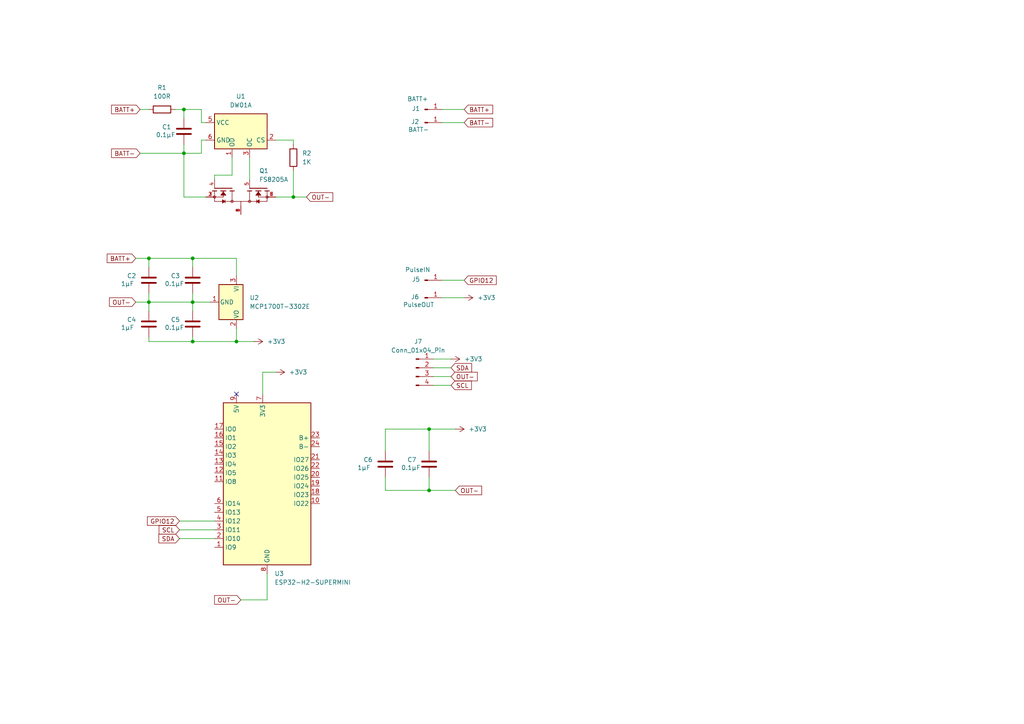
<source format=kicad_sch>
(kicad_sch (version 20250114) (generator "eeschema") (generator_version "9.0")
  (paper "A4")
  (lib_symbols
    (symbol "Battery_Management:DW01A"
      (property "Reference" "U" (at -6.604 6.35 0))
      (property "Value" "DW01A" (at 4.318 6.604 0))
      (symbol "DW01A_0_1"
        (pin power_in line (at -10.16 2.54 0) (length 2.54) (name "VCC") (number "5"))
        (pin power_in line (at -10.16 -2.54 0) (length 2.54) (name "GND") (number "6"))
        (pin output line (at -2.54 -7.62 90) (length 2.54) (name "OD") (number "1"))
        (pin output line (at 2.54 -7.62 90) (length 2.54) (name "OC") (number "3"))
        (pin input line (at 10.16 -2.54 180) (length 2.54) (name "CS") (number "2"))
      )
      (symbol "DW01A_1_1"
        (rectangle (start -7.62 5.08) (end 7.62 -5.08) (stroke (width 0.254)) (fill (type background)))
        (pin no_connect line (at 10.16 2.54 180) (length 2.54) (hide yes) (name "TD") (number "4"))
      )
    )
    (symbol "Connector:Conn_01x01_Pin" (pin_names (offset 1.016) (hide yes))
      (property "Reference" "J" (at 0 2.54 0))
      (property "Value" "Conn_01x01_Pin" (at 0 -2.54 0))
      (symbol "Conn_01x01_Pin_1_1"
        (rectangle (start 0.8636 0.127) (end 0 -0.127) (stroke (width 0.1524)) (fill (type outline)))
        (polyline (pts (xy 1.27 0) (xy 0.8636 0)) (stroke (width 0.1524)))
        (pin passive line (at 5.08 0 180) (length 3.81) (name "Pin_1") (number "1"))
      )
    )
    (symbol "Connector:Conn_01x04_Pin" (pin_names (offset 1.016) (hide yes))
      (property "Reference" "J" (at 0 5.08 0))
      (property "Value" "Conn_01x04_Pin" (at 0 -7.62 0))
      (symbol "Conn_01x04_Pin_1_1"
        (rectangle (start 0.8636 2.667) (end 0 2.413) (stroke (width 0.1524)) (fill (type outline)))
        (rectangle (start 0.8636 0.127) (end 0 -0.127) (stroke (width 0.1524)) (fill (type outline)))
        (rectangle (start 0.8636 -2.413) (end 0 -2.667) (stroke (width 0.1524)) (fill (type outline)))
        (rectangle (start 0.8636 -4.953) (end 0 -5.207) (stroke (width 0.1524)) (fill (type outline)))
        (polyline (pts (xy 1.27 2.54) (xy 0.8636 2.54)) (stroke (width 0.1524)))
        (polyline (pts (xy 1.27 0) (xy 0.8636 0)) (stroke (width 0.1524)))
        (polyline (pts (xy 1.27 -2.54) (xy 0.8636 -2.54)) (stroke (width 0.1524)))
        (polyline (pts (xy 1.27 -5.08) (xy 0.8636 -5.08)) (stroke (width 0.1524)))
        (pin passive line (at 5.08 2.54 180) (length 3.81) (name "Pin_1") (number "1"))
        (pin passive line (at 5.08 0 180) (length 3.81) (name "Pin_2") (number "2"))
        (pin passive line (at 5.08 -2.54 180) (length 3.81) (name "Pin_3") (number "3"))
        (pin passive line (at 5.08 -5.08 180) (length 3.81) (name "Pin_4") (number "4"))
      )
    )
    (symbol "Device:C" (pin_numbers (hide yes)) (pin_names (offset 0.254))
      (property "Reference" "C" (at 0.635 2.54 0))
      (property "Value" "C" (at 0.635 -2.54 0))
      (symbol "C_0_1"
        (polyline (pts (xy -2.032 0.762) (xy 2.032 0.762)) (stroke (width 0.508)))
        (polyline (pts (xy -2.032 -0.762) (xy 2.032 -0.762)) (stroke (width 0.508)))
      )
      (symbol "C_1_1"
        (pin passive line (at 0 3.81 270) (length 2.794) (name "~") (number "1"))
        (pin passive line (at 0 -3.81 90) (length 2.794) (name "~") (number "2"))
      )
    )
    (symbol "Device:R" (pin_numbers (hide yes)) (pin_names (offset 0))
      (property "Reference" "R" (at 2.032 0 90))
      (property "Value" "R" (at 0 0 90))
      (symbol "R_0_1"
        (rectangle (start -1.016 -2.54) (end 1.016 2.54) (stroke (width 0.254)))
      )
      (symbol "R_1_1"
        (pin passive line (at 0 3.81 270) (length 1.27) (name "~") (number "1"))
        (pin passive line (at 0 -3.81 90) (length 1.27) (name "~") (number "2"))
      )
    )
    (symbol "ESP32H2-Supermini:ESP32-S3-MINI-1"
      (property "Reference" "U" (at -11.43 29.21 0))
      (property "Value" "ESP32-H2-SUPERMINI" (at 12.7 29.21 0))
      (symbol "ESP32-S3-MINI-1_0_1"
        (rectangle (start -12.7 27.94) (end 12.7 -19.05) (stroke (width 0.254)) (fill (type background)))
      )
      (symbol "ESP32-S3-MINI-1_1_1"
        (pin bidirectional line (at -15.24 20.32 0) (length 2.54) (name "IO0") (number "17"))
        (pin bidirectional line (at -15.24 17.78 0) (length 2.54) (name "IO1") (number "16"))
        (pin bidirectional line (at -15.24 15.24 0) (length 2.54) (name "IO2") (number "15"))
        (pin bidirectional line (at -15.24 12.7 0) (length 2.54) (name "IO3") (number "14"))
        (pin bidirectional line (at -15.24 10.16 0) (length 2.54) (name "IO4") (number "13"))
        (pin bidirectional line (at -15.24 7.62 0) (length 2.54) (name "IO5") (number "12"))
        (pin bidirectional line (at -15.24 5.08 0) (length 2.54) (name "IO8") (number "11"))
        (pin bidirectional line (at -15.24 -1.27 0) (length 2.54) (name "IO14") (number "6"))
        (pin bidirectional line (at -15.24 -3.81 0) (length 2.54) (name "IO13") (number "5"))
        (pin bidirectional line (at -15.24 -6.35 0) (length 2.54) (name "IO12") (number "4"))
        (pin bidirectional line (at -15.24 -8.89 0) (length 2.54) (name "IO11") (number "3"))
        (pin bidirectional line (at -15.24 -11.43 0) (length 2.54) (name "IO10") (number "2"))
        (pin bidirectional line (at -15.24 -13.97 0) (length 2.54) (name "IO9") (number "1"))
        (pin power_in line (at -8.89 30.48 270) (length 2.54) (name "5V") (number "9"))
        (pin power_in line (at -1.27 30.48 270) (length 2.54) (name "3V3") (number "7"))
        (pin power_out line (at 0 -21.59 90) (length 2.54) (name "GND") (number "8"))
        (pin bidirectional line (at 15.24 17.78 180) (length 2.54) (name "B+") (number "23"))
        (pin bidirectional line (at 15.24 15.24 180) (length 2.54) (name "B-") (number "24"))
        (pin bidirectional line (at 15.24 11.43 180) (length 2.54) (name "IO27") (number "21"))
        (pin bidirectional line (at 15.24 8.89 180) (length 2.54) (name "IO26") (number "22"))
        (pin bidirectional line (at 15.24 6.35 180) (length 2.54) (name "IO25") (number "20"))
        (pin bidirectional line (at 15.24 3.81 180) (length 2.54) (name "IO24") (number "19"))
        (pin bidirectional line (at 15.24 1.27 180) (length 2.54) (name "IO23") (number "18"))
        (pin bidirectional line (at 15.24 -1.27 180) (length 2.54) (name "IO22") (number "10"))
      )
    )
    (symbol "FS8205A:FS8205A" (pin_names (offset 1.016))
      (property "Reference" "Q" (at -11.43 7.62 0))
      (property "Value" "FS8205A" (at -11.43 -12.7 0))
      (symbol "FS8205A_0_0"
        (polyline (pts (xy -2.54 7.62) (xy -2.54 2.54)) (stroke (width 0.254)))
        (polyline (pts (xy -2.54 -2.54) (xy -2.54 -7.62)) (stroke (width 0.254)))
        (polyline (pts (xy -1.778 8.255) (xy -1.778 7.62)) (stroke (width 0.254)))
        (polyline (pts (xy -1.778 7.62) (xy -1.778 6.985)) (stroke (width 0.254)))
        (polyline (pts (xy -1.778 7.62) (xy 1.27 7.62)) (stroke (width 0.1524)))
        (polyline (pts (xy -1.778 5.842) (xy -1.778 5.08)) (stroke (width 0.254)))
        (polyline (pts (xy -1.778 5.08) (xy -1.778 4.318)) (stroke (width 0.254)))
        (polyline (pts (xy -1.778 5.08) (xy 0 5.08)) (stroke (width 0.1524)))
        (polyline (pts (xy -1.778 3.175) (xy -1.778 2.54)) (stroke (width 0.254)))
        (polyline (pts (xy -1.778 2.54) (xy -1.778 1.905)) (stroke (width 0.254)))
        (polyline (pts (xy -1.778 -1.905) (xy -1.778 -2.54)) (stroke (width 0.254)))
        (polyline (pts (xy -1.778 -2.54) (xy -1.778 -3.175)) (stroke (width 0.254)))
        (polyline (pts (xy -1.778 -2.54) (xy 1.27 -2.54)) (stroke (width 0.1524)))
        (polyline (pts (xy -1.778 -4.318) (xy -1.778 -5.08)) (stroke (width 0.254)))
        (polyline (pts (xy -1.778 -5.08) (xy -1.778 -5.842)) (stroke (width 0.254)))
        (polyline (pts (xy -1.778 -5.08) (xy 0 -5.08)) (stroke (width 0.1524)))
        (polyline (pts (xy -1.778 -6.985) (xy -1.778 -7.62)) (stroke (width 0.254)))
        (polyline (pts (xy -1.778 -7.62) (xy -1.778 -8.255)) (stroke (width 0.254)))
        (polyline (pts (xy -1.524 5.08) (xy -0.508 5.842) (xy -0.508 4.318) (xy -1.524 5.08)) (stroke (width 0.1524)) (fill (type outline)))
        (polyline (pts (xy -1.524 -5.08) (xy -0.508 -4.318) (xy -0.508 -5.842) (xy -1.524 -5.08)) (stroke (width 0.1524)) (fill (type outline)))
        (circle (center 0 7.62) (radius 0.3592))
        (polyline (pts (xy 0 7.62) (xy 0 5.08)) (stroke (width 0.1524)))
        (polyline (pts (xy 0 -5.08) (xy 0 -7.62)) (stroke (width 0.1524)))
        (polyline (pts (xy 0 -7.62) (xy -1.778 -7.62)) (stroke (width 0.1524)))
        (polyline (pts (xy 0 -7.62) (xy 1.27 -7.62)) (stroke (width 0.1524)))
        (circle (center 0 -7.62) (radius 0.3592))
        (polyline (pts (xy 0.762 4.572) (xy 1.27 4.572)) (stroke (width 0.1524)))
        (polyline (pts (xy 1.27 4.572) (xy 1.27 7.62)) (stroke (width 0.1524)))
        (polyline (pts (xy 1.27 4.572) (xy 1.778 4.572)) (stroke (width 0.1524)))
        (polyline (pts (xy 1.27 4.572) (xy 1.778 5.334) (xy 0.762 5.334) (xy 1.27 4.572)) (stroke (width 0.1524)) (fill (type outline)))
        (polyline (pts (xy 1.27 2.54) (xy -1.778 2.54)) (stroke (width 0.1524)))
        (polyline (pts (xy 1.27 2.54) (xy 1.27 4.572)) (stroke (width 0.1524)))
        (circle (center 1.27 2.54) (radius 0.3592))
        (polyline (pts (xy 1.27 0) (xy 1.27 2.54)) (stroke (width 0.1524)))
        (polyline (pts (xy 1.27 0) (xy 2.54 0)) (stroke (width 0.1524)))
        (polyline (pts (xy 1.27 -2.54) (xy 1.27 0)) (stroke (width 0.1524)))
        (polyline (pts (xy 1.27 -2.54) (xy 1.27 -4.572)) (stroke (width 0.1524)))
        (circle (center 1.27 -2.54) (radius 0.3592))
        (polyline (pts (xy 1.27 -4.572) (xy 0.762 -4.572)) (stroke (width 0.1524)))
        (polyline (pts (xy 1.27 -4.572) (xy 1.27 -7.62)) (stroke (width 0.1524)))
        (polyline (pts (xy 1.27 -4.572) (xy 0.762 -5.334) (xy 1.778 -5.334) (xy 1.27 -4.572)) (stroke (width 0.1524)) (fill (type outline)))
        (polyline (pts (xy 1.778 -4.572) (xy 1.27 -4.572)) (stroke (width 0.1524)))
        (pin passive line (at -5.08 2.54 0) (length 2.54) (name "~") (number "5"))
        (pin passive line (at -5.08 -7.62 0) (length 2.54) (name "~") (number "4"))
        (pin passive line (at 0 10.16 270) (length 2.54) (name "~") (number "6"))
        (pin passive line (at 0 10.16 270) (length 2.54) (name "~") (number "7"))
        (pin passive line (at 0 -10.16 90) (length 2.54) (name "~") (number "2"))
        (pin passive line (at 0 -10.16 90) (length 2.54) (name "~") (number "3"))
        (pin passive line (at 5.08 0 180) (length 2.54) (name "~") (number "1"))
        (pin passive line (at 5.08 0 180) (length 2.54) (name "~") (number "8"))
      )
    )
    (symbol "Regulator_Linear:MCP1700x-330xxTT" (pin_names (offset 0.254))
      (property "Reference" "U" (at -3.81 3.175 0))
      (property "Value" "MCP1700x-330xxTT" (at 0 3.175 0))
      (symbol "MCP1700x-330xxTT_0_1"
        (rectangle (start -5.08 1.905) (end 5.08 -5.08) (stroke (width 0.254)) (fill (type background)))
      )
      (symbol "MCP1700x-330xxTT_1_1"
        (pin power_in line (at -7.62 0 0) (length 2.54) (name "VI") (number "3"))
        (pin power_in line (at 0 -7.62 90) (length 2.54) (name "GND") (number "1"))
        (pin power_out line (at 7.62 0 180) (length 2.54) (name "VO") (number "2"))
      )
    )
    (symbol "power:+3V3" (power) (pin_numbers (hide yes)) (pin_names (offset 0) (hide yes))
      (property "Value" "+3V3" (at 0 3.556 0))
      (symbol "+3V3_0_1"
        (polyline (pts (xy -0.762 1.27) (xy 0 2.54)))
        (polyline (pts (xy 0 2.54) (xy 0.762 1.27)))
        (polyline (pts (xy 0 0) (xy 0 2.54)))
      )
      (symbol "+3V3_1_1"
        (pin power_in line (at 0 0 90) (length 0) (name "~") (number "1"))
      )
    )
  )
  (junction (at 68.58 99.06))
  (junction (at 124.46 124.46))
  (junction (at 55.88 99.06))
  (junction (at 124.46 142.24))
  (junction (at 53.34 44.45))
  (junction (at 43.18 74.93))
  (junction (at 55.88 74.93))
  (junction (at 55.88 87.63))
  (junction (at 85.09 57.15))
  (junction (at 43.18 87.63))
  (junction (at 53.34 31.75))
  (no_connect (at 68.58 114.3))
  (wire (pts (xy 85.09 57.15) (xy 88.9 57.15)))
  (wire (pts (xy 128.27 35.56) (xy 134.62 35.56)))
  (wire (pts (xy 39.37 87.63) (xy 43.18 87.63)))
  (wire (pts (xy 76.2 107.95) (xy 80.01 107.95)))
  (wire (pts (xy 67.31 45.72) (xy 67.31 50.8)))
  (wire (pts (xy 43.18 74.93) (xy 43.18 77.47)))
  (wire (pts (xy 53.34 31.75) (xy 58.42 31.75)))
  (wire (pts (xy 58.42 35.56) (xy 59.69 35.56)))
  (wire (pts (xy 124.46 124.46) (xy 132.08 124.46)))
  (wire (pts (xy 43.18 99.06) (xy 43.18 97.79)))
  (wire (pts (xy 68.58 99.06) (xy 73.66 99.06)))
  (wire (pts (xy 50.8 31.75) (xy 53.34 31.75)))
  (wire (pts (xy 43.18 99.06) (xy 55.88 99.06)))
  (wire (pts (xy 58.42 40.64) (xy 58.42 44.45)))
  (wire (pts (xy 53.34 57.15) (xy 59.69 57.15)))
  (wire (pts (xy 111.76 142.24) (xy 111.76 138.43)))
  (wire (pts (xy 59.69 40.64) (xy 58.42 40.64)))
  (wire (pts (xy 124.46 142.24) (xy 111.76 142.24)))
  (wire (pts (xy 55.88 85.09) (xy 55.88 87.63)))
  (wire (pts (xy 72.39 45.72) (xy 72.39 52.07)))
  (wire (pts (xy 67.31 50.8) (xy 62.23 50.8)))
  (wire (pts (xy 55.88 87.63) (xy 60.96 87.63)))
  (wire (pts (xy 52.07 151.13) (xy 62.23 151.13)))
  (wire (pts (xy 55.88 99.06) (xy 68.58 99.06)))
  (wire (pts (xy 55.88 77.47) (xy 55.88 74.93)))
  (wire (pts (xy 124.46 138.43) (xy 124.46 142.24)))
  (wire (pts (xy 68.58 80.01) (xy 68.58 74.93)))
  (wire (pts (xy 125.73 106.68) (xy 130.81 106.68)))
  (wire (pts (xy 40.64 31.75) (xy 43.18 31.75)))
  (wire (pts (xy 43.18 87.63) (xy 43.18 90.17)))
  (wire (pts (xy 58.42 44.45) (xy 53.34 44.45)))
  (wire (pts (xy 43.18 85.09) (xy 43.18 87.63)))
  (wire (pts (xy 111.76 124.46) (xy 124.46 124.46)))
  (wire (pts (xy 85.09 40.64) (xy 85.09 41.91)))
  (wire (pts (xy 124.46 124.46) (xy 124.46 130.81)))
  (wire (pts (xy 53.34 57.15) (xy 53.34 44.45)))
  (wire (pts (xy 40.64 44.45) (xy 53.34 44.45)))
  (wire (pts (xy 43.18 87.63) (xy 55.88 87.63)))
  (wire (pts (xy 80.01 57.15) (xy 85.09 57.15)))
  (wire (pts (xy 69.85 173.99) (xy 77.47 173.99)))
  (wire (pts (xy 128.27 31.75) (xy 134.62 31.75)))
  (wire (pts (xy 80.01 40.64) (xy 85.09 40.64)))
  (wire (pts (xy 53.34 41.91) (xy 53.34 44.45)))
  (wire (pts (xy 77.47 173.99) (xy 77.47 166.37)))
  (wire (pts (xy 55.88 87.63) (xy 55.88 90.17)))
  (wire (pts (xy 52.07 153.67) (xy 62.23 153.67)))
  (wire (pts (xy 128.27 86.36) (xy 134.62 86.36)))
  (wire (pts (xy 52.07 156.21) (xy 62.23 156.21)))
  (wire (pts (xy 125.73 109.22) (xy 130.81 109.22)))
  (wire (pts (xy 128.27 81.28) (xy 134.62 81.28)))
  (wire (pts (xy 125.73 104.14) (xy 130.81 104.14)))
  (wire (pts (xy 76.2 114.3) (xy 76.2 107.95)))
  (wire (pts (xy 43.18 74.93) (xy 55.88 74.93)))
  (wire (pts (xy 132.08 142.24) (xy 124.46 142.24)))
  (wire (pts (xy 62.23 50.8) (xy 62.23 52.07)))
  (wire (pts (xy 125.73 111.76) (xy 130.81 111.76)))
  (wire (pts (xy 43.18 74.93) (xy 39.37 74.93)))
  (wire (pts (xy 68.58 95.25) (xy 68.58 99.06)))
  (wire (pts (xy 58.42 31.75) (xy 58.42 35.56)))
  (wire (pts (xy 85.09 49.53) (xy 85.09 57.15)))
  (wire (pts (xy 53.34 31.75) (xy 53.34 34.29)))
  (wire (pts (xy 55.88 74.93) (xy 68.58 74.93)))
  (wire (pts (xy 111.76 130.81) (xy 111.76 124.46)))
  (wire (pts (xy 55.88 99.06) (xy 55.88 97.79)))
  (global_label "SCL" (shape input) (at 130.81 111.76 0) (property "Intersheetrefs" "${INTERSHEET_REFS}" (effects (hide yes))))
  (global_label "OUT-" (shape input) (at 39.37 87.63 180) (property "Intersheetrefs" "${INTERSHEET_REFS}" (effects (hide yes))))
  (global_label "OUT-" (shape input) (at 69.85 173.99 180) (property "Intersheetrefs" "${INTERSHEET_REFS}" (effects (hide yes))))
  (global_label "OUT-" (shape input) (at 130.81 109.22 0) (property "Intersheetrefs" "${INTERSHEET_REFS}" (effects (hide yes))))
  (global_label "BATT-" (shape input) (at 40.64 44.45 180) (property "Intersheetrefs" "${INTERSHEET_REFS}" (effects (hide yes))))
  (global_label "SDA" (shape input) (at 130.81 106.68 0) (property "Intersheetrefs" "${INTERSHEET_REFS}" (effects (hide yes))))
  (global_label "BATT+" (shape input) (at 39.37 74.93 180) (property "Intersheetrefs" "${INTERSHEET_REFS}" (effects (hide yes))))
  (global_label "OUT-" (shape input) (at 88.9 57.15 0) (property "Intersheetrefs" "${INTERSHEET_REFS}" (effects (hide yes))))
  (global_label "BATT-" (shape input) (at 134.62 35.56 0) (property "Intersheetrefs" "${INTERSHEET_REFS}" (effects (hide yes))))
  (global_label "BATT+" (shape input) (at 134.62 31.75 0) (property "Intersheetrefs" "${INTERSHEET_REFS}" (effects (hide yes))))
  (global_label "BATT+" (shape input) (at 40.64 31.75 180) (property "Intersheetrefs" "${INTERSHEET_REFS}" (effects (hide yes))))
  (global_label "SDA" (shape input) (at 52.07 156.21 180) (property "Intersheetrefs" "${INTERSHEET_REFS}" (effects (hide yes))))
  (global_label "SCL" (shape input) (at 52.07 153.67 180) (property "Intersheetrefs" "${INTERSHEET_REFS}" (effects (hide yes))))
  (global_label "OUT-" (shape input) (at 132.08 142.24 0) (property "Intersheetrefs" "${INTERSHEET_REFS}" (effects (hide yes))))
  (global_label "GPIO12" (shape input) (at 52.07 151.13 180) (property "Intersheetrefs" "${INTERSHEET_REFS}" (effects (hide yes))))
  (global_label "GPIO12" (shape input) (at 134.62 81.28 0) (property "Intersheetrefs" "${INTERSHEET_REFS}" (effects (hide yes))))
  (symbol (lib_id "Regulator_Linear:MCP1700x-330xxTT") (at 68.58 87.63 270) (unit 1)
    (property "Reference" "U2" (at 72.39 86.3599 90) (effects (justify left)))
    (property "Value" "MCP1700T-3302E" (at 72.39 88.8999 90) (effects (justify left)))
    (property "Footprint" "Package_TO_SOT_SMD:SOT-23" (effects (hide yes)))
    (property "Datasheet" "http://ww1.microchip.com/downloads/en/DeviceDoc/20001826D.pdf" (effects (hide yes)))
    (property "Description" "250mA Low Quiscent Current LDO, 3.3V output, SOT-23" (effects (hide yes)))
  )
  (symbol (lib_id "Connector:Conn_01x01_Pin") (at 123.19 86.36 0) (unit 1)
    (property "Reference" "J6" (at 120.396 86.106 0))
    (property "Value" "PulseOUT" (at 121.412 88.392 0))
    (property "Footprint" "Connector_Pin:Pin_D1.4mm_L8.5mm_W2.8mm_FlatFork" (effects (hide yes)))
    (property "Description" "Generic connector, single row, 01x01, script generated" (effects (hide yes)))
  )
  (symbol (lib_id "Device:C") (at 43.18 93.98 0) (unit 1)
    (property "Reference" "C4" (at 36.83 92.71 0) (effects (justify left)))
    (property "Value" "1µF" (at 35.052 94.996 0) (effects (justify left)))
    (property "Footprint" "Capacitor_SMD:C_1206_3216Metric" (effects (hide yes)))
    (property "Description" "Unpolarized capacitor" (effects (hide yes)))
  )
  (symbol (lib_id "Connector:Conn_01x01_Pin") (at 123.19 81.28 0) (unit 1)
    (property "Reference" "J5" (at 120.65 81.026 0))
    (property "Value" "PulseIN" (at 121.158 78.232 0))
    (property "Footprint" "Connector_Pin:Pin_D1.4mm_L8.5mm_W2.8mm_FlatFork" (effects (hide yes)))
    (property "Description" "Generic connector, single row, 01x01, script generated" (effects (hide yes)))
  )
  (symbol (lib_id "Device:R") (at 46.99 31.75 90) (unit 1)
    (property "Reference" "R1" (at 46.99 25.4 90))
    (property "Value" "100R" (at 46.99 27.94 90))
    (property "Footprint" "Resistor_SMD:R_0805_2012Metric" (effects (hide yes)))
    (property "Description" "Resistor" (effects (hide yes)))
  )
  (symbol (lib_id "Device:C") (at 53.34 38.1 0) (unit 1)
    (property "Reference" "C1" (at 46.99 36.83 0) (effects (justify left)))
    (property "Value" "0.1µF" (at 45.212 39.116 0) (effects (justify left)))
    (property "Footprint" "Capacitor_SMD:C_1206_3216Metric" (effects (hide yes)))
    (property "Description" "Unpolarized capacitor" (effects (hide yes)))
  )
  (symbol (lib_id "Device:C") (at 111.76 134.62 0) (unit 1)
    (property "Reference" "C6" (at 105.41 133.35 0) (effects (justify left)))
    (property "Value" "1µF" (at 103.632 135.636 0) (effects (justify left)))
    (property "Footprint" "Capacitor_SMD:C_1206_3216Metric" (effects (hide yes)))
    (property "Description" "Unpolarized capacitor" (effects (hide yes)))
  )
  (symbol (lib_id "power:+3V3") (at 73.66 99.06 270) (unit 1)
    (property "Reference" "#PWR01" (effects (hide yes)))
    (property "Value" "+3V3" (at 77.47 99.0599 90) (effects (justify left)))
    (property "Description" "Power symbol creates a global label with name \"+3V3\"" (effects (hide yes)))
  )
  (symbol (lib_id "power:+3V3") (at 130.81 104.14 270) (unit 1)
    (property "Reference" "#PWR05" (effects (hide yes)))
    (property "Value" "+3V3" (at 134.62 104.1399 90) (effects (justify left)))
    (property "Description" "Power symbol creates a global label with name \"+3V3\"" (effects (hide yes)))
  )
  (symbol (lib_id "Device:R") (at 85.09 45.72 0) (unit 1)
    (property "Reference" "R2" (at 87.63 44.4499 0) (effects (justify left)))
    (property "Value" "1K" (at 87.63 46.9899 0) (effects (justify left)))
    (property "Footprint" "Resistor_SMD:R_0805_2012Metric" (effects (hide yes)))
    (property "Description" "Resistor" (effects (hide yes)))
  )
  (symbol (lib_id "Device:C") (at 55.88 93.98 0) (unit 1)
    (property "Reference" "C5" (at 49.53 92.71 0) (effects (justify left)))
    (property "Value" "0.1µF" (at 47.752 94.996 0) (effects (justify left)))
    (property "Footprint" "Capacitor_SMD:C_1206_3216Metric" (effects (hide yes)))
    (property "Description" "Unpolarized capacitor" (effects (hide yes)))
  )
  (symbol (lib_id "Connector:Conn_01x04_Pin") (at 120.65 106.68 0) (unit 1)
    (property "Reference" "J7" (at 121.285 99.06 0))
    (property "Value" "Conn_01x04_Pin" (at 121.285 101.6 0))
    (property "Footprint" "Connector_PinHeader_2.54mm:PinHeader_1x04_P2.54mm_Vertical" (effects (hide yes)))
    (property "Description" "Generic connector, single row, 01x04, script generated" (effects (hide yes)))
  )
  (symbol (lib_id "FS8205A:FS8205A") (at 69.85 57.15 270) (unit 1)
    (property "Reference" "Q1" (at 75.1587 49.53 90) (effects (justify left)))
    (property "Value" "FS8205A" (at 75.1587 52.07 90) (effects (justify left)))
    (property "Footprint" "FS8205A:SOP65P640X120-8N" (effects (hide yes)))
    (property "MF" "Fortune Semiconductor" (effects (hide yes)))
    (property "MAXIMUM_PACKAGE_HEIGHT" "1.2mm" (effects (hide yes)))
    (property "Package" "Package" (effects (hide yes)))
    (property "Price" "None" (effects (hide yes)))
    (property "Check_prices" "https://www.snapeda.com/parts/FS8205A/Fortune+Semiconductor/view-part/?ref=eda" (effects (hide yes)))
    (property "STANDARD" "IPC 7351B" (effects (hide yes)))
    (property "PARTREV" "1.7" (effects (hide yes)))
    (property "SnapEDA_Link" "https://www.snapeda.com/parts/FS8205A/Fortune+Semiconductor/view-part/?ref=snap" (effects (hide yes)))
    (property "MP" "FS8205A" (effects (hide yes)))
    (property "Availability" "In Stock" (effects (hide yes)))
    (property "MANUFACTURER" "Fortune Semiconductor" (effects (hide yes)))
  )
  (symbol (lib_id "Device:C") (at 124.46 134.62 0) (unit 1)
    (property "Reference" "C7" (at 118.11 133.35 0) (effects (justify left)))
    (property "Value" "0.1µF" (at 116.332 135.636 0) (effects (justify left)))
    (property "Footprint" "Capacitor_SMD:C_1206_3216Metric" (effects (hide yes)))
    (property "Description" "Unpolarized capacitor" (effects (hide yes)))
  )
  (symbol (lib_id "power:+3V3") (at 134.62 86.36 270) (unit 1)
    (property "Reference" "#PWR04" (effects (hide yes)))
    (property "Value" "+3V3" (at 138.43 86.3599 90) (effects (justify left)))
    (property "Description" "Power symbol creates a global label with name \"+3V3\"" (effects (hide yes)))
  )
  (symbol (lib_id "Device:C") (at 43.18 81.28 0) (unit 1)
    (property "Reference" "C2" (at 36.83 80.01 0) (effects (justify left)))
    (property "Value" "1µF" (at 35.052 82.296 0) (effects (justify left)))
    (property "Footprint" "Capacitor_SMD:C_1206_3216Metric" (effects (hide yes)))
    (property "Description" "Unpolarized capacitor" (effects (hide yes)))
  )
  (symbol (lib_id "Device:C") (at 55.88 81.28 0) (unit 1)
    (property "Reference" "C3" (at 49.53 80.01 0) (effects (justify left)))
    (property "Value" "0.1µF" (at 47.752 82.296 0) (effects (justify left)))
    (property "Footprint" "Capacitor_SMD:C_1206_3216Metric" (effects (hide yes)))
    (property "Description" "Unpolarized capacitor" (effects (hide yes)))
  )
  (symbol (lib_id "power:+3V3") (at 132.08 124.46 270) (unit 1)
    (property "Reference" "#PWR02" (effects (hide yes)))
    (property "Value" "+3V3" (at 135.89 124.4599 90) (effects (justify left)))
    (property "Description" "Power symbol creates a global label with name \"+3V3\"" (effects (hide yes)))
  )
  (symbol (lib_id "ESP32H2-Supermini:ESP32-S3-MINI-1") (at 77.47 144.78 0) (unit 1)
    (property "Reference" "U3" (at 79.6133 166.37 0) (effects (justify left)))
    (property "Value" "ESP32-H2-SUPERMINI" (at 79.6133 168.91 0) (effects (justify left)))
    (property "Footprint" "esp32-h2-supermini:ESP32H2-Supermini" (effects (hide yes)))
    (property "Datasheet" "https://www.espressif.com/sites/default/files/documentation/esp32-h2_datasheet_en.pdf" (effects (hide yes)))
    (property "Description" "\"RF Module, ESP32-H2 SoC, Bluetooth 5.2 (LE), IEEE 802.15.4, 32-bit, 3.3V, SMD, onboard antenna.\"" (effects (hide yes)))
  )
  (symbol (lib_id "Connector:Conn_01x01_Pin") (at 123.19 35.56 0) (unit 1)
    (property "Reference" "J2" (at 120.396 35.306 0))
    (property "Value" "BATT-" (at 121.412 37.592 0))
    (property "Footprint" "Connector_Pin:Pin_D1.4mm_L8.5mm_W2.8mm_FlatFork" (effects (hide yes)))
    (property "Description" "Generic connector, single row, 01x01, script generated" (effects (hide yes)))
  )
  (symbol (lib_id "Battery_Management:DW01A") (at 69.85 38.1 0) (unit 1)
    (property "Reference" "U1" (at 69.85 27.94 0))
    (property "Value" "DW01A" (at 69.85 30.48 0))
    (property "Footprint" "Package_TO_SOT_SMD:SOT-23-6" (effects (hide yes)))
    (property "Datasheet" "https://hmsemi.com/downfile/DW01A.PDF" (effects (hide yes)))
    (property "Description" "Overcharge, overcurrent and overdischarge protection IC for single cell lithium-ion/polymer battery" (effects (hide yes)))
  )
  (symbol (lib_id "power:+3V3") (at 80.01 107.95 270) (unit 1)
    (property "Reference" "#PWR03" (effects (hide yes)))
    (property "Value" "+3V3" (at 83.82 107.9499 90) (effects (justify left)))
    (property "Description" "Power symbol creates a global label with name \"+3V3\"" (effects (hide yes)))
  )
  (symbol (lib_id "Connector:Conn_01x01_Pin") (at 123.19 31.75 0) (unit 1)
    (property "Reference" "J1" (at 120.65 31.496 0))
    (property "Value" "BATT+" (at 121.158 28.702 0))
    (property "Footprint" "Connector_Pin:Pin_D1.4mm_L8.5mm_W2.8mm_FlatFork" (effects (hide yes)))
    (property "Description" "Generic connector, single row, 01x01, script generated" (effects (hide yes)))
  )
)
</source>
